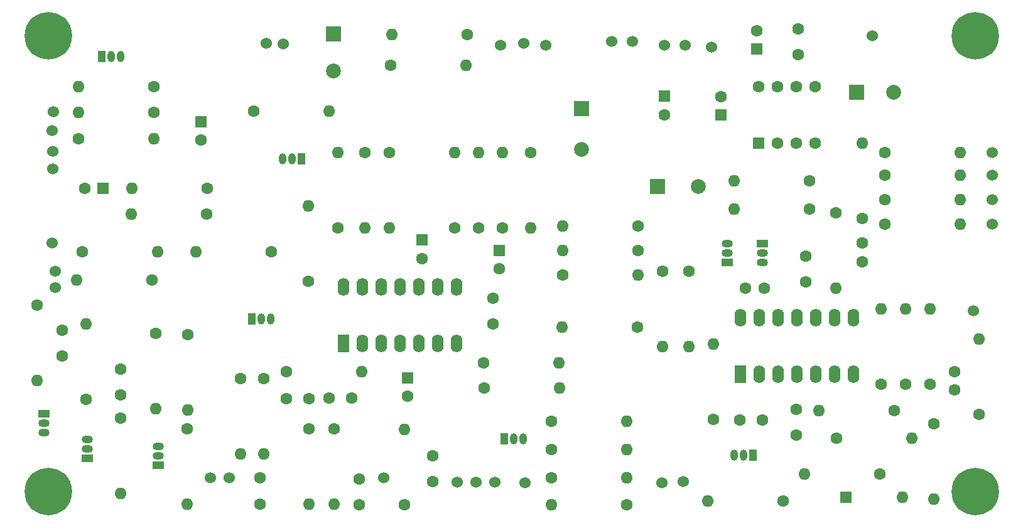
<source format=gbr>
%TF.GenerationSoftware,KiCad,Pcbnew,(5.1.8-0-10_14)*%
%TF.CreationDate,2021-02-20T12:55:23+10:00*%
%TF.ProjectId,mfos_noise_toaster,6d666f73-5f6e-46f6-9973-655f746f6173,rev?*%
%TF.SameCoordinates,Original*%
%TF.FileFunction,Soldermask,Bot*%
%TF.FilePolarity,Negative*%
%FSLAX46Y46*%
G04 Gerber Fmt 4.6, Leading zero omitted, Abs format (unit mm)*
G04 Created by KiCad (PCBNEW (5.1.8-0-10_14)) date 2021-02-20 12:55:23*
%MOMM*%
%LPD*%
G01*
G04 APERTURE LIST*
%ADD10R,1.500000X1.050000*%
%ADD11O,1.500000X1.050000*%
%ADD12C,1.524000*%
%ADD13O,1.600000X1.600000*%
%ADD14C,1.600000*%
%ADD15C,0.800000*%
%ADD16C,6.400000*%
%ADD17O,1.600000X2.400000*%
%ADD18R,1.600000X2.400000*%
%ADD19R,1.600000X1.600000*%
%ADD20R,1.000000X1.500000*%
%ADD21O,1.000000X1.500000*%
%ADD22C,2.000000*%
%ADD23R,2.000000X2.000000*%
G04 APERTURE END LIST*
D10*
%TO.C,Q6*%
X134520000Y-125390000D03*
D11*
X134520000Y-122850000D03*
X134520000Y-124120000D03*
%TD*%
D10*
%TO.C,Q4*%
X215940000Y-95450000D03*
D11*
X215940000Y-97990000D03*
X215940000Y-96720000D03*
%TD*%
D10*
%TO.C,Q3*%
X211250000Y-98020000D03*
D11*
X211250000Y-95480000D03*
X211250000Y-96750000D03*
%TD*%
D10*
%TO.C,Q5*%
X119080000Y-118410000D03*
D11*
X119080000Y-120950000D03*
X119080000Y-119680000D03*
%TD*%
D10*
%TO.C,Q2*%
X124950000Y-124420000D03*
D11*
X124950000Y-121880000D03*
X124950000Y-123150000D03*
%TD*%
D12*
%TO.C,X28*%
X174774000Y-127664000D03*
%TD*%
%TO.C,VCOIn1*%
X246910000Y-83214000D03*
%TD*%
D13*
%TO.C,R77*%
X167662000Y-120552000D03*
D14*
X167662000Y-130712000D03*
%TD*%
D13*
%TO.C,R1*%
X242592000Y-83214000D03*
D14*
X232432000Y-83214000D03*
%TD*%
%TO.C,C77*%
X171472000Y-124108000D03*
X171472000Y-127608000D03*
%TD*%
D15*
%TO.C,REF\u002A\u002A*%
X246321056Y-127236944D03*
X244624000Y-126534000D03*
X242926944Y-127236944D03*
X242224000Y-128934000D03*
X242926944Y-130631056D03*
X244624000Y-131334000D03*
X246321056Y-130631056D03*
X247024000Y-128934000D03*
D16*
X244624000Y-128934000D03*
%TD*%
D15*
%TO.C,REF\u002A\u002A*%
X246321056Y-65768944D03*
X244624000Y-65066000D03*
X242926944Y-65768944D03*
X242224000Y-67466000D03*
X242926944Y-69163056D03*
X244624000Y-69866000D03*
X246321056Y-69163056D03*
X247024000Y-67466000D03*
D16*
X244624000Y-67466000D03*
%TD*%
D15*
%TO.C,REF\u002A\u002A*%
X121353056Y-65768944D03*
X119656000Y-65066000D03*
X117958944Y-65768944D03*
X117256000Y-67466000D03*
X117958944Y-69163056D03*
X119656000Y-69866000D03*
X121353056Y-69163056D03*
X122056000Y-67466000D03*
D16*
X119656000Y-67466000D03*
%TD*%
D15*
%TO.C,REF\u002A\u002A*%
X121353056Y-127236944D03*
X119656000Y-126534000D03*
X117958944Y-127236944D03*
X117256000Y-128934000D03*
X117958944Y-130631056D03*
X119656000Y-131334000D03*
X121353056Y-130631056D03*
X122056000Y-128934000D03*
D16*
X119656000Y-128934000D03*
%TD*%
D17*
%TO.C,U1*%
X213001000Y-105439000D03*
X228241000Y-113059000D03*
X215541000Y-105439000D03*
X225701000Y-113059000D03*
X218081000Y-105439000D03*
X223161000Y-113059000D03*
X220621000Y-105439000D03*
X220621000Y-113059000D03*
X223161000Y-105439000D03*
X218081000Y-113059000D03*
X225701000Y-105439000D03*
X215541000Y-113059000D03*
X228241000Y-105439000D03*
D18*
X213001000Y-113059000D03*
%TD*%
D12*
%TO.C,GND1*%
X186712000Y-68736000D03*
%TD*%
%TO.C,X15*%
X183816400Y-68482000D03*
%TD*%
%TO.C,X27*%
X209064000Y-68990000D03*
%TD*%
%TO.C,X26*%
X230781000Y-67466000D03*
%TD*%
%TO.C,X25*%
X202714000Y-68736000D03*
%TD*%
%TO.C,X24*%
X205508000Y-68736000D03*
%TD*%
%TO.C,X23*%
X180616000Y-68685200D03*
%TD*%
%TO.C,X22*%
X120354500Y-77689500D03*
%TD*%
%TO.C,X21*%
X120227500Y-80229500D03*
%TD*%
%TO.C,X20*%
X149069200Y-68482000D03*
%TD*%
%TO.C,X19*%
X120291000Y-83023500D03*
%TD*%
%TO.C,X18*%
X120164000Y-95406000D03*
%TD*%
%TO.C,X17*%
X120291000Y-85373000D03*
%TD*%
%TO.C,X16*%
X151355200Y-68532800D03*
%TD*%
%TO.C,X14*%
X183918000Y-127740200D03*
%TD*%
%TO.C,X13*%
X120608500Y-99216000D03*
%TD*%
%TO.C,X12*%
X120608500Y-101438500D03*
%TD*%
%TO.C,X11*%
X144040000Y-127029000D03*
%TD*%
%TO.C,X10*%
X177314000Y-127664000D03*
%TD*%
%TO.C,X9*%
X179917500Y-127664000D03*
%TD*%
%TO.C,X8*%
X164868000Y-127092500D03*
%TD*%
%TO.C,X7*%
X202409200Y-127765600D03*
%TD*%
%TO.C,X6*%
X244370000Y-104550000D03*
%TD*%
%TO.C,X5*%
X246910000Y-92866000D03*
%TD*%
%TO.C,X4*%
X141500000Y-127029000D03*
%TD*%
%TO.C,X3*%
X205304800Y-127562400D03*
%TD*%
%TO.C,X2*%
X246910000Y-89564000D03*
%TD*%
%TO.C,X1*%
X246910000Y-86262000D03*
%TD*%
D14*
%TO.C,U3*%
X215414000Y-74324000D03*
X217954000Y-74324000D03*
X220494000Y-74324000D03*
X223034000Y-74324000D03*
X223034000Y-81944000D03*
X220494000Y-81944000D03*
X217954000Y-81944000D03*
D19*
X215414000Y-81944000D03*
%TD*%
D17*
%TO.C,U2*%
X159470500Y-101311500D03*
X174710500Y-108931500D03*
X162010500Y-101311500D03*
X172170500Y-108931500D03*
X164550500Y-101311500D03*
X169630500Y-108931500D03*
X167090500Y-101311500D03*
X167090500Y-108931500D03*
X169630500Y-101311500D03*
X164550500Y-108931500D03*
X172170500Y-101311500D03*
X162010500Y-108931500D03*
X174710500Y-101311500D03*
D18*
X159470500Y-108931500D03*
%TD*%
D13*
%TO.C,R70*%
X175993200Y-71428400D03*
D14*
X165833200Y-71428400D03*
%TD*%
D13*
%TO.C,R69*%
X229384000Y-81944000D03*
D14*
X229384000Y-92104000D03*
%TD*%
D13*
%TO.C,R68*%
X212112000Y-87024000D03*
D14*
X222272000Y-87024000D03*
%TD*%
D13*
%TO.C,R67*%
X212112000Y-90834000D03*
D14*
X222272000Y-90834000D03*
%TD*%
D13*
%TO.C,R65*%
X165985600Y-67262800D03*
D14*
X176145600Y-67262800D03*
%TD*%
D13*
%TO.C,R64*%
X165630000Y-93374000D03*
D14*
X165630000Y-83214000D03*
%TD*%
D13*
%TO.C,R63*%
X162328000Y-93374000D03*
D14*
X162328000Y-83214000D03*
%TD*%
D13*
%TO.C,R62*%
X123783500Y-74324000D03*
D14*
X133943500Y-74324000D03*
%TD*%
D13*
%TO.C,R61*%
X133880000Y-81309000D03*
D14*
X123720000Y-81309000D03*
%TD*%
D13*
%TO.C,R60*%
X177674680Y-83241940D03*
D14*
X177674680Y-93401940D03*
%TD*%
D13*
%TO.C,R59*%
X180946200Y-83214000D03*
D14*
X180946200Y-93374000D03*
%TD*%
D13*
%TO.C,R58*%
X158721200Y-83214000D03*
D14*
X158721200Y-93374000D03*
%TD*%
D13*
%TO.C,R57*%
X123720000Y-77816500D03*
D14*
X133880000Y-77816500D03*
%TD*%
D13*
%TO.C,R56*%
X157502000Y-77575200D03*
D14*
X147342000Y-77575200D03*
%TD*%
D13*
%TO.C,R55*%
X174469200Y-83214000D03*
D14*
X174469200Y-93374000D03*
%TD*%
D13*
%TO.C,R54*%
X154758800Y-90376800D03*
D14*
X154758800Y-100536800D03*
%TD*%
D13*
%TO.C,R52*%
X130933600Y-87989200D03*
D14*
X141093600Y-87989200D03*
%TD*%
D13*
%TO.C,R50*%
X130832000Y-91532500D03*
D14*
X140992000Y-91532500D03*
%TD*%
D13*
%TO.C,R48*%
X184680000Y-93374000D03*
D14*
X184680000Y-83214000D03*
%TD*%
D13*
%TO.C,R47*%
X123529500Y-100359000D03*
D14*
X133689500Y-100359000D03*
%TD*%
D13*
%TO.C,R46*%
X134388000Y-96549000D03*
D14*
X124228000Y-96549000D03*
%TD*%
D13*
%TO.C,R45*%
X197634000Y-123219000D03*
D14*
X187474000Y-123219000D03*
%TD*%
D13*
%TO.C,R44*%
X197634000Y-119409000D03*
D14*
X187474000Y-119409000D03*
%TD*%
D13*
%TO.C,R42*%
X188998000Y-93120000D03*
D14*
X199158000Y-93120000D03*
%TD*%
D13*
%TO.C,R41*%
X139595000Y-96549000D03*
D14*
X149755000Y-96549000D03*
%TD*%
D13*
%TO.C,R40*%
X197634000Y-127029000D03*
D14*
X187474000Y-127029000D03*
%TD*%
D13*
%TO.C,R39*%
X187474000Y-130712000D03*
D14*
X197634000Y-130712000D03*
%TD*%
D13*
%TO.C,R37*%
X188998000Y-96422000D03*
D14*
X199158000Y-96422000D03*
%TD*%
D13*
%TO.C,R36*%
X145564000Y-123854000D03*
D14*
X145564000Y-113694000D03*
%TD*%
D13*
%TO.C,R35*%
X161947000Y-112741500D03*
D14*
X151787000Y-112741500D03*
%TD*%
D13*
%TO.C,R34*%
X154835000Y-130585000D03*
D14*
X154835000Y-120425000D03*
%TD*%
D13*
%TO.C,R33*%
X158200500Y-130585000D03*
D14*
X158200500Y-120425000D03*
%TD*%
D13*
%TO.C,R32*%
X199158000Y-99724000D03*
D14*
X188998000Y-99724000D03*
%TD*%
D13*
%TO.C,R31*%
X188947200Y-106734400D03*
D14*
X199107200Y-106734400D03*
%TD*%
D13*
%TO.C,R30*%
X188540800Y-111560400D03*
D14*
X178380800Y-111560400D03*
%TD*%
D13*
%TO.C,R27*%
X148739000Y-123854000D03*
D14*
X148739000Y-113694000D03*
%TD*%
D13*
%TO.C,R26*%
X188591600Y-114964000D03*
D14*
X178431600Y-114964000D03*
%TD*%
D13*
%TO.C,R25*%
X134134000Y-117758000D03*
D14*
X134134000Y-107598000D03*
%TD*%
D13*
%TO.C,R24*%
X245132000Y-108360000D03*
D14*
X245132000Y-118520000D03*
%TD*%
D13*
%TO.C,R23*%
X235226000Y-104296000D03*
D14*
X235226000Y-114456000D03*
%TD*%
D13*
%TO.C,R22*%
X238528000Y-104296000D03*
D14*
X238528000Y-114456000D03*
%TD*%
D13*
%TO.C,R21*%
X242592000Y-92866000D03*
D14*
X232432000Y-92866000D03*
%TD*%
D13*
%TO.C,R19*%
X138388500Y-130585000D03*
D14*
X138388500Y-120425000D03*
%TD*%
D13*
%TO.C,R18*%
X239036000Y-129950000D03*
D14*
X239036000Y-119790000D03*
%TD*%
D13*
%TO.C,R17*%
X236115000Y-121695000D03*
D14*
X225955000Y-121695000D03*
%TD*%
D13*
%TO.C,R16*%
X202460000Y-109376000D03*
D14*
X202460000Y-99216000D03*
%TD*%
D13*
%TO.C,R15*%
X138452000Y-117885000D03*
D14*
X138452000Y-107725000D03*
%TD*%
D13*
%TO.C,R14*%
X242592000Y-89564000D03*
D14*
X232432000Y-89564000D03*
%TD*%
D13*
%TO.C,R12*%
X221637000Y-126521000D03*
D14*
X231797000Y-126521000D03*
%TD*%
D13*
%TO.C,R11*%
X225828000Y-101502000D03*
D14*
X225828000Y-91342000D03*
%TD*%
D13*
%TO.C,R10*%
X129435000Y-129188000D03*
D14*
X129435000Y-119028000D03*
%TD*%
D13*
%TO.C,R9*%
X124736000Y-106328000D03*
D14*
X124736000Y-116488000D03*
%TD*%
D13*
%TO.C,R8*%
X118132000Y-113948000D03*
D14*
X118132000Y-103788000D03*
%TD*%
D13*
%TO.C,R7*%
X223542000Y-118012000D03*
D14*
X233702000Y-118012000D03*
%TD*%
D13*
%TO.C,R6*%
X208606800Y-130153200D03*
D14*
X218766800Y-130153200D03*
%TD*%
D13*
%TO.C,R5*%
X209318000Y-108995000D03*
D14*
X209318000Y-119155000D03*
%TD*%
D13*
%TO.C,R4*%
X206016000Y-109376000D03*
D14*
X206016000Y-99216000D03*
%TD*%
D13*
%TO.C,R3*%
X231924000Y-104296000D03*
D14*
X231924000Y-114456000D03*
%TD*%
D13*
%TO.C,R2*%
X242592000Y-86262000D03*
D14*
X232432000Y-86262000D03*
%TD*%
D20*
%TO.C,Q10*%
X126895000Y-70260000D03*
D21*
X129435000Y-70260000D03*
X128165000Y-70260000D03*
%TD*%
D20*
%TO.C,Q9*%
X153844400Y-84026800D03*
D21*
X151304400Y-84026800D03*
X152574400Y-84026800D03*
%TD*%
D20*
%TO.C,Q8*%
X181124000Y-121822000D03*
D21*
X183664000Y-121822000D03*
X182394000Y-121822000D03*
%TD*%
D20*
%TO.C,Q7*%
X147088000Y-105629500D03*
D21*
X149628000Y-105629500D03*
X148358000Y-105629500D03*
%TD*%
D20*
%TO.C,Q1*%
X214652000Y-123981000D03*
D21*
X212112000Y-123981000D03*
X213382000Y-123981000D03*
%TD*%
D13*
%TO.C,D1*%
X234845000Y-129696000D03*
D19*
X227225000Y-129696000D03*
%TD*%
D14*
%TO.C,COPTIONAL1*%
X210334000Y-75634000D03*
D19*
X210334000Y-78134000D03*
%TD*%
D22*
%TO.C,C26*%
X158162400Y-72212000D03*
D23*
X158162400Y-67212000D03*
%TD*%
D14*
%TO.C,C25*%
X215160000Y-66744000D03*
D19*
X215160000Y-69244000D03*
%TD*%
D14*
%TO.C,C24*%
X229384000Y-97906000D03*
X229384000Y-95406000D03*
%TD*%
D23*
%TO.C,C23*%
X201836000Y-87786000D03*
D22*
X207336000Y-87786000D03*
%TD*%
%TO.C,C22*%
X233622000Y-75086000D03*
D23*
X228622000Y-75086000D03*
%TD*%
D14*
%TO.C,C21*%
X202714000Y-78094000D03*
D19*
X202714000Y-75594000D03*
%TD*%
D14*
%TO.C,C20*%
X220748000Y-70006000D03*
X220748000Y-66506000D03*
%TD*%
%TO.C,C19*%
X140230000Y-81523000D03*
D19*
X140230000Y-79023000D03*
%TD*%
D14*
%TO.C,C18*%
X124585500Y-88040000D03*
D19*
X127085500Y-88040000D03*
%TD*%
D14*
%TO.C,C16*%
X180463600Y-98871200D03*
D19*
X180463600Y-96371200D03*
%TD*%
D23*
%TO.C,C15*%
X191538000Y-77256000D03*
D22*
X191538000Y-82756000D03*
%TD*%
D14*
%TO.C,C14*%
X170049600Y-97499600D03*
D19*
X170049600Y-94999600D03*
%TD*%
D14*
%TO.C,C13*%
X168106500Y-116067000D03*
D19*
X168106500Y-113567000D03*
%TD*%
D14*
%TO.C,C12*%
X148231000Y-130585000D03*
X148231000Y-127085000D03*
%TD*%
%TO.C,C11*%
X179600000Y-106328000D03*
X179600000Y-102828000D03*
%TD*%
%TO.C,C10*%
X154787000Y-116361000D03*
X151787000Y-116361000D03*
%TD*%
%TO.C,C9*%
X157550000Y-116297500D03*
X160550000Y-116297500D03*
%TD*%
%TO.C,C8*%
X161566000Y-130712000D03*
X161566000Y-127212000D03*
%TD*%
%TO.C,C7*%
X129435000Y-112424000D03*
X129435000Y-115924000D03*
%TD*%
%TO.C,C6*%
X241830000Y-112718000D03*
X241830000Y-115218000D03*
%TD*%
%TO.C,C5*%
X221764000Y-97184000D03*
X221764000Y-100684000D03*
%TD*%
%TO.C,C4*%
X220494000Y-121314000D03*
X220494000Y-117814000D03*
%TD*%
%TO.C,C3*%
X121561000Y-110646000D03*
X121561000Y-107146000D03*
%TD*%
%TO.C,C2*%
X212922000Y-119282000D03*
X215922000Y-119282000D03*
%TD*%
%TO.C,C1*%
X213676000Y-101502000D03*
X216176000Y-101502000D03*
%TD*%
D12*
%TO.C,BP1*%
X195602000Y-68228000D03*
%TD*%
%TO.C,BN1*%
X198396000Y-68228000D03*
%TD*%
M02*

</source>
